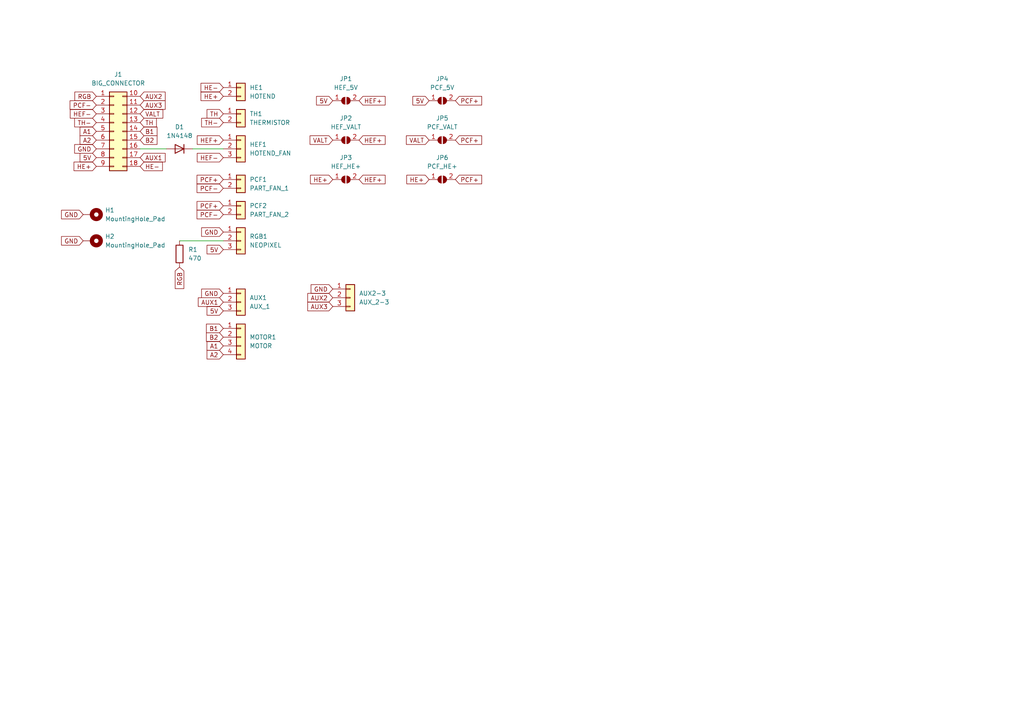
<source format=kicad_sch>
(kicad_sch
	(version 20231120)
	(generator "eeschema")
	(generator_version "8.0")
	(uuid "e74cb1ff-fcf6-4723-ad30-b924d5c634df")
	(paper "A4")
	(lib_symbols
		(symbol "Connector_Generic:Conn_01x02"
			(pin_names
				(offset 1.016) hide)
			(exclude_from_sim no)
			(in_bom yes)
			(on_board yes)
			(property "Reference" "J"
				(at 0 2.54 0)
				(effects
					(font
						(size 1.27 1.27)
					)
				)
			)
			(property "Value" "Conn_01x02"
				(at 0 -5.08 0)
				(effects
					(font
						(size 1.27 1.27)
					)
				)
			)
			(property "Footprint" ""
				(at 0 0 0)
				(effects
					(font
						(size 1.27 1.27)
					)
					(hide yes)
				)
			)
			(property "Datasheet" "~"
				(at 0 0 0)
				(effects
					(font
						(size 1.27 1.27)
					)
					(hide yes)
				)
			)
			(property "Description" "Generic connector, single row, 01x02, script generated (kicad-library-utils/schlib/autogen/connector/)"
				(at 0 0 0)
				(effects
					(font
						(size 1.27 1.27)
					)
					(hide yes)
				)
			)
			(property "ki_keywords" "connector"
				(at 0 0 0)
				(effects
					(font
						(size 1.27 1.27)
					)
					(hide yes)
				)
			)
			(property "ki_fp_filters" "Connector*:*_1x??_*"
				(at 0 0 0)
				(effects
					(font
						(size 1.27 1.27)
					)
					(hide yes)
				)
			)
			(symbol "Conn_01x02_1_1"
				(rectangle
					(start -1.27 -2.413)
					(end 0 -2.667)
					(stroke
						(width 0.1524)
						(type default)
					)
					(fill
						(type none)
					)
				)
				(rectangle
					(start -1.27 0.127)
					(end 0 -0.127)
					(stroke
						(width 0.1524)
						(type default)
					)
					(fill
						(type none)
					)
				)
				(rectangle
					(start -1.27 1.27)
					(end 1.27 -3.81)
					(stroke
						(width 0.254)
						(type default)
					)
					(fill
						(type background)
					)
				)
				(pin passive line
					(at -5.08 0 0)
					(length 3.81)
					(name "Pin_1"
						(effects
							(font
								(size 1.27 1.27)
							)
						)
					)
					(number "1"
						(effects
							(font
								(size 1.27 1.27)
							)
						)
					)
				)
				(pin passive line
					(at -5.08 -2.54 0)
					(length 3.81)
					(name "Pin_2"
						(effects
							(font
								(size 1.27 1.27)
							)
						)
					)
					(number "2"
						(effects
							(font
								(size 1.27 1.27)
							)
						)
					)
				)
			)
		)
		(symbol "Connector_Generic:Conn_01x03"
			(pin_names
				(offset 1.016) hide)
			(exclude_from_sim no)
			(in_bom yes)
			(on_board yes)
			(property "Reference" "J"
				(at 0 5.08 0)
				(effects
					(font
						(size 1.27 1.27)
					)
				)
			)
			(property "Value" "Conn_01x03"
				(at 0 -5.08 0)
				(effects
					(font
						(size 1.27 1.27)
					)
				)
			)
			(property "Footprint" ""
				(at 0 0 0)
				(effects
					(font
						(size 1.27 1.27)
					)
					(hide yes)
				)
			)
			(property "Datasheet" "~"
				(at 0 0 0)
				(effects
					(font
						(size 1.27 1.27)
					)
					(hide yes)
				)
			)
			(property "Description" "Generic connector, single row, 01x03, script generated (kicad-library-utils/schlib/autogen/connector/)"
				(at 0 0 0)
				(effects
					(font
						(size 1.27 1.27)
					)
					(hide yes)
				)
			)
			(property "ki_keywords" "connector"
				(at 0 0 0)
				(effects
					(font
						(size 1.27 1.27)
					)
					(hide yes)
				)
			)
			(property "ki_fp_filters" "Connector*:*_1x??_*"
				(at 0 0 0)
				(effects
					(font
						(size 1.27 1.27)
					)
					(hide yes)
				)
			)
			(symbol "Conn_01x03_1_1"
				(rectangle
					(start -1.27 -2.413)
					(end 0 -2.667)
					(stroke
						(width 0.1524)
						(type default)
					)
					(fill
						(type none)
					)
				)
				(rectangle
					(start -1.27 0.127)
					(end 0 -0.127)
					(stroke
						(width 0.1524)
						(type default)
					)
					(fill
						(type none)
					)
				)
				(rectangle
					(start -1.27 2.667)
					(end 0 2.413)
					(stroke
						(width 0.1524)
						(type default)
					)
					(fill
						(type none)
					)
				)
				(rectangle
					(start -1.27 3.81)
					(end 1.27 -3.81)
					(stroke
						(width 0.254)
						(type default)
					)
					(fill
						(type background)
					)
				)
				(pin passive line
					(at -5.08 2.54 0)
					(length 3.81)
					(name "Pin_1"
						(effects
							(font
								(size 1.27 1.27)
							)
						)
					)
					(number "1"
						(effects
							(font
								(size 1.27 1.27)
							)
						)
					)
				)
				(pin passive line
					(at -5.08 0 0)
					(length 3.81)
					(name "Pin_2"
						(effects
							(font
								(size 1.27 1.27)
							)
						)
					)
					(number "2"
						(effects
							(font
								(size 1.27 1.27)
							)
						)
					)
				)
				(pin passive line
					(at -5.08 -2.54 0)
					(length 3.81)
					(name "Pin_3"
						(effects
							(font
								(size 1.27 1.27)
							)
						)
					)
					(number "3"
						(effects
							(font
								(size 1.27 1.27)
							)
						)
					)
				)
			)
		)
		(symbol "Connector_Generic:Conn_01x04"
			(pin_names
				(offset 1.016) hide)
			(exclude_from_sim no)
			(in_bom yes)
			(on_board yes)
			(property "Reference" "J"
				(at 0 5.08 0)
				(effects
					(font
						(size 1.27 1.27)
					)
				)
			)
			(property "Value" "Conn_01x04"
				(at 0 -7.62 0)
				(effects
					(font
						(size 1.27 1.27)
					)
				)
			)
			(property "Footprint" ""
				(at 0 0 0)
				(effects
					(font
						(size 1.27 1.27)
					)
					(hide yes)
				)
			)
			(property "Datasheet" "~"
				(at 0 0 0)
				(effects
					(font
						(size 1.27 1.27)
					)
					(hide yes)
				)
			)
			(property "Description" "Generic connector, single row, 01x04, script generated (kicad-library-utils/schlib/autogen/connector/)"
				(at 0 0 0)
				(effects
					(font
						(size 1.27 1.27)
					)
					(hide yes)
				)
			)
			(property "ki_keywords" "connector"
				(at 0 0 0)
				(effects
					(font
						(size 1.27 1.27)
					)
					(hide yes)
				)
			)
			(property "ki_fp_filters" "Connector*:*_1x??_*"
				(at 0 0 0)
				(effects
					(font
						(size 1.27 1.27)
					)
					(hide yes)
				)
			)
			(symbol "Conn_01x04_1_1"
				(rectangle
					(start -1.27 -4.953)
					(end 0 -5.207)
					(stroke
						(width 0.1524)
						(type default)
					)
					(fill
						(type none)
					)
				)
				(rectangle
					(start -1.27 -2.413)
					(end 0 -2.667)
					(stroke
						(width 0.1524)
						(type default)
					)
					(fill
						(type none)
					)
				)
				(rectangle
					(start -1.27 0.127)
					(end 0 -0.127)
					(stroke
						(width 0.1524)
						(type default)
					)
					(fill
						(type none)
					)
				)
				(rectangle
					(start -1.27 2.667)
					(end 0 2.413)
					(stroke
						(width 0.1524)
						(type default)
					)
					(fill
						(type none)
					)
				)
				(rectangle
					(start -1.27 3.81)
					(end 1.27 -6.35)
					(stroke
						(width 0.254)
						(type default)
					)
					(fill
						(type background)
					)
				)
				(pin passive line
					(at -5.08 2.54 0)
					(length 3.81)
					(name "Pin_1"
						(effects
							(font
								(size 1.27 1.27)
							)
						)
					)
					(number "1"
						(effects
							(font
								(size 1.27 1.27)
							)
						)
					)
				)
				(pin passive line
					(at -5.08 0 0)
					(length 3.81)
					(name "Pin_2"
						(effects
							(font
								(size 1.27 1.27)
							)
						)
					)
					(number "2"
						(effects
							(font
								(size 1.27 1.27)
							)
						)
					)
				)
				(pin passive line
					(at -5.08 -2.54 0)
					(length 3.81)
					(name "Pin_3"
						(effects
							(font
								(size 1.27 1.27)
							)
						)
					)
					(number "3"
						(effects
							(font
								(size 1.27 1.27)
							)
						)
					)
				)
				(pin passive line
					(at -5.08 -5.08 0)
					(length 3.81)
					(name "Pin_4"
						(effects
							(font
								(size 1.27 1.27)
							)
						)
					)
					(number "4"
						(effects
							(font
								(size 1.27 1.27)
							)
						)
					)
				)
			)
		)
		(symbol "Connector_Generic:Conn_02x09_Top_Bottom"
			(pin_names
				(offset 1.016) hide)
			(exclude_from_sim no)
			(in_bom yes)
			(on_board yes)
			(property "Reference" "J"
				(at 1.27 12.7 0)
				(effects
					(font
						(size 1.27 1.27)
					)
				)
			)
			(property "Value" "Conn_02x09_Top_Bottom"
				(at 1.27 -12.7 0)
				(effects
					(font
						(size 1.27 1.27)
					)
				)
			)
			(property "Footprint" ""
				(at 0 0 0)
				(effects
					(font
						(size 1.27 1.27)
					)
					(hide yes)
				)
			)
			(property "Datasheet" "~"
				(at 0 0 0)
				(effects
					(font
						(size 1.27 1.27)
					)
					(hide yes)
				)
			)
			(property "Description" "Generic connector, double row, 02x09, top/bottom pin numbering scheme (row 1: 1...pins_per_row, row2: pins_per_row+1 ... num_pins), script generated (kicad-library-utils/schlib/autogen/connector/)"
				(at 0 0 0)
				(effects
					(font
						(size 1.27 1.27)
					)
					(hide yes)
				)
			)
			(property "ki_keywords" "connector"
				(at 0 0 0)
				(effects
					(font
						(size 1.27 1.27)
					)
					(hide yes)
				)
			)
			(property "ki_fp_filters" "Connector*:*_2x??_*"
				(at 0 0 0)
				(effects
					(font
						(size 1.27 1.27)
					)
					(hide yes)
				)
			)
			(symbol "Conn_02x09_Top_Bottom_1_1"
				(rectangle
					(start -1.27 -10.033)
					(end 0 -10.287)
					(stroke
						(width 0.1524)
						(type default)
					)
					(fill
						(type none)
					)
				)
				(rectangle
					(start -1.27 -7.493)
					(end 0 -7.747)
					(stroke
						(width 0.1524)
						(type default)
					)
					(fill
						(type none)
					)
				)
				(rectangle
					(start -1.27 -4.953)
					(end 0 -5.207)
					(stroke
						(width 0.1524)
						(type default)
					)
					(fill
						(type none)
					)
				)
				(rectangle
					(start -1.27 -2.413)
					(end 0 -2.667)
					(stroke
						(width 0.1524)
						(type default)
					)
					(fill
						(type none)
					)
				)
				(rectangle
					(start -1.27 0.127)
					(end 0 -0.127)
					(stroke
						(width 0.1524)
						(type default)
					)
					(fill
						(type none)
					)
				)
				(rectangle
					(start -1.27 2.667)
					(end 0 2.413)
					(stroke
						(width 0.1524)
						(type default)
					)
					(fill
						(type none)
					)
				)
				(rectangle
					(start -1.27 5.207)
					(end 0 4.953)
					(stroke
						(width 0.1524)
						(type default)
					)
					(fill
						(type none)
					)
				)
				(rectangle
					(start -1.27 7.747)
					(end 0 7.493)
					(stroke
						(width 0.1524)
						(type default)
					)
					(fill
						(type none)
					)
				)
				(rectangle
					(start -1.27 10.287)
					(end 0 10.033)
					(stroke
						(width 0.1524)
						(type default)
					)
					(fill
						(type none)
					)
				)
				(rectangle
					(start -1.27 11.43)
					(end 3.81 -11.43)
					(stroke
						(width 0.254)
						(type default)
					)
					(fill
						(type background)
					)
				)
				(rectangle
					(start 3.81 -10.033)
					(end 2.54 -10.287)
					(stroke
						(width 0.1524)
						(type default)
					)
					(fill
						(type none)
					)
				)
				(rectangle
					(start 3.81 -7.493)
					(end 2.54 -7.747)
					(stroke
						(width 0.1524)
						(type default)
					)
					(fill
						(type none)
					)
				)
				(rectangle
					(start 3.81 -4.953)
					(end 2.54 -5.207)
					(stroke
						(width 0.1524)
						(type default)
					)
					(fill
						(type none)
					)
				)
				(rectangle
					(start 3.81 -2.413)
					(end 2.54 -2.667)
					(stroke
						(width 0.1524)
						(type default)
					)
					(fill
						(type none)
					)
				)
				(rectangle
					(start 3.81 0.127)
					(end 2.54 -0.127)
					(stroke
						(width 0.1524)
						(type default)
					)
					(fill
						(type none)
					)
				)
				(rectangle
					(start 3.81 2.667)
					(end 2.54 2.413)
					(stroke
						(width 0.1524)
						(type default)
					)
					(fill
						(type none)
					)
				)
				(rectangle
					(start 3.81 5.207)
					(end 2.54 4.953)
					(stroke
						(width 0.1524)
						(type default)
					)
					(fill
						(type none)
					)
				)
				(rectangle
					(start 3.81 7.747)
					(end 2.54 7.493)
					(stroke
						(width 0.1524)
						(type default)
					)
					(fill
						(type none)
					)
				)
				(rectangle
					(start 3.81 10.287)
					(end 2.54 10.033)
					(stroke
						(width 0.1524)
						(type default)
					)
					(fill
						(type none)
					)
				)
				(pin passive line
					(at -5.08 10.16 0)
					(length 3.81)
					(name "Pin_1"
						(effects
							(font
								(size 1.27 1.27)
							)
						)
					)
					(number "1"
						(effects
							(font
								(size 1.27 1.27)
							)
						)
					)
				)
				(pin passive line
					(at 7.62 10.16 180)
					(length 3.81)
					(name "Pin_10"
						(effects
							(font
								(size 1.27 1.27)
							)
						)
					)
					(number "10"
						(effects
							(font
								(size 1.27 1.27)
							)
						)
					)
				)
				(pin passive line
					(at 7.62 7.62 180)
					(length 3.81)
					(name "Pin_11"
						(effects
							(font
								(size 1.27 1.27)
							)
						)
					)
					(number "11"
						(effects
							(font
								(size 1.27 1.27)
							)
						)
					)
				)
				(pin passive line
					(at 7.62 5.08 180)
					(length 3.81)
					(name "Pin_12"
						(effects
							(font
								(size 1.27 1.27)
							)
						)
					)
					(number "12"
						(effects
							(font
								(size 1.27 1.27)
							)
						)
					)
				)
				(pin passive line
					(at 7.62 2.54 180)
					(length 3.81)
					(name "Pin_13"
						(effects
							(font
								(size 1.27 1.27)
							)
						)
					)
					(number "13"
						(effects
							(font
								(size 1.27 1.27)
							)
						)
					)
				)
				(pin passive line
					(at 7.62 0 180)
					(length 3.81)
					(name "Pin_14"
						(effects
							(font
								(size 1.27 1.27)
							)
						)
					)
					(number "14"
						(effects
							(font
								(size 1.27 1.27)
							)
						)
					)
				)
				(pin passive line
					(at 7.62 -2.54 180)
					(length 3.81)
					(name "Pin_15"
						(effects
							(font
								(size 1.27 1.27)
							)
						)
					)
					(number "15"
						(effects
							(font
								(size 1.27 1.27)
							)
						)
					)
				)
				(pin passive line
					(at 7.62 -5.08 180)
					(length 3.81)
					(name "Pin_16"
						(effects
							(font
								(size 1.27 1.27)
							)
						)
					)
					(number "16"
						(effects
							(font
								(size 1.27 1.27)
							)
						)
					)
				)
				(pin passive line
					(at 7.62 -7.62 180)
					(length 3.81)
					(name "Pin_17"
						(effects
							(font
								(size 1.27 1.27)
							)
						)
					)
					(number "17"
						(effects
							(font
								(size 1.27 1.27)
							)
						)
					)
				)
				(pin passive line
					(at 7.62 -10.16 180)
					(length 3.81)
					(name "Pin_18"
						(effects
							(font
								(size 1.27 1.27)
							)
						)
					)
					(number "18"
						(effects
							(font
								(size 1.27 1.27)
							)
						)
					)
				)
				(pin passive line
					(at -5.08 7.62 0)
					(length 3.81)
					(name "Pin_2"
						(effects
							(font
								(size 1.27 1.27)
							)
						)
					)
					(number "2"
						(effects
							(font
								(size 1.27 1.27)
							)
						)
					)
				)
				(pin passive line
					(at -5.08 5.08 0)
					(length 3.81)
					(name "Pin_3"
						(effects
							(font
								(size 1.27 1.27)
							)
						)
					)
					(number "3"
						(effects
							(font
								(size 1.27 1.27)
							)
						)
					)
				)
				(pin passive line
					(at -5.08 2.54 0)
					(length 3.81)
					(name "Pin_4"
						(effects
							(font
								(size 1.27 1.27)
							)
						)
					)
					(number "4"
						(effects
							(font
								(size 1.27 1.27)
							)
						)
					)
				)
				(pin passive line
					(at -5.08 0 0)
					(length 3.81)
					(name "Pin_5"
						(effects
							(font
								(size 1.27 1.27)
							)
						)
					)
					(number "5"
						(effects
							(font
								(size 1.27 1.27)
							)
						)
					)
				)
				(pin passive line
					(at -5.08 -2.54 0)
					(length 3.81)
					(name "Pin_6"
						(effects
							(font
								(size 1.27 1.27)
							)
						)
					)
					(number "6"
						(effects
							(font
								(size 1.27 1.27)
							)
						)
					)
				)
				(pin passive line
					(at -5.08 -5.08 0)
					(length 3.81)
					(name "Pin_7"
						(effects
							(font
								(size 1.27 1.27)
							)
						)
					)
					(number "7"
						(effects
							(font
								(size 1.27 1.27)
							)
						)
					)
				)
				(pin passive line
					(at -5.08 -7.62 0)
					(length 3.81)
					(name "Pin_8"
						(effects
							(font
								(size 1.27 1.27)
							)
						)
					)
					(number "8"
						(effects
							(font
								(size 1.27 1.27)
							)
						)
					)
				)
				(pin passive line
					(at -5.08 -10.16 0)
					(length 3.81)
					(name "Pin_9"
						(effects
							(font
								(size 1.27 1.27)
							)
						)
					)
					(number "9"
						(effects
							(font
								(size 1.27 1.27)
							)
						)
					)
				)
			)
		)
		(symbol "Device:R"
			(pin_numbers hide)
			(pin_names
				(offset 0)
			)
			(exclude_from_sim no)
			(in_bom yes)
			(on_board yes)
			(property "Reference" "R"
				(at 2.032 0 90)
				(effects
					(font
						(size 1.27 1.27)
					)
				)
			)
			(property "Value" "R"
				(at 0 0 90)
				(effects
					(font
						(size 1.27 1.27)
					)
				)
			)
			(property "Footprint" ""
				(at -1.778 0 90)
				(effects
					(font
						(size 1.27 1.27)
					)
					(hide yes)
				)
			)
			(property "Datasheet" "~"
				(at 0 0 0)
				(effects
					(font
						(size 1.27 1.27)
					)
					(hide yes)
				)
			)
			(property "Description" "Resistor"
				(at 0 0 0)
				(effects
					(font
						(size 1.27 1.27)
					)
					(hide yes)
				)
			)
			(property "ki_keywords" "R res resistor"
				(at 0 0 0)
				(effects
					(font
						(size 1.27 1.27)
					)
					(hide yes)
				)
			)
			(property "ki_fp_filters" "R_*"
				(at 0 0 0)
				(effects
					(font
						(size 1.27 1.27)
					)
					(hide yes)
				)
			)
			(symbol "R_0_1"
				(rectangle
					(start -1.016 -2.54)
					(end 1.016 2.54)
					(stroke
						(width 0.254)
						(type default)
					)
					(fill
						(type none)
					)
				)
			)
			(symbol "R_1_1"
				(pin passive line
					(at 0 3.81 270)
					(length 1.27)
					(name "~"
						(effects
							(font
								(size 1.27 1.27)
							)
						)
					)
					(number "1"
						(effects
							(font
								(size 1.27 1.27)
							)
						)
					)
				)
				(pin passive line
					(at 0 -3.81 90)
					(length 1.27)
					(name "~"
						(effects
							(font
								(size 1.27 1.27)
							)
						)
					)
					(number "2"
						(effects
							(font
								(size 1.27 1.27)
							)
						)
					)
				)
			)
		)
		(symbol "Diode:1N4148"
			(pin_numbers hide)
			(pin_names hide)
			(exclude_from_sim no)
			(in_bom yes)
			(on_board yes)
			(property "Reference" "D"
				(at 0 2.54 0)
				(effects
					(font
						(size 1.27 1.27)
					)
				)
			)
			(property "Value" "1N4148"
				(at 0 -2.54 0)
				(effects
					(font
						(size 1.27 1.27)
					)
				)
			)
			(property "Footprint" "Diode_THT:D_DO-35_SOD27_P7.62mm_Horizontal"
				(at 0 0 0)
				(effects
					(font
						(size 1.27 1.27)
					)
					(hide yes)
				)
			)
			(property "Datasheet" "https://assets.nexperia.com/documents/data-sheet/1N4148_1N4448.pdf"
				(at 0 0 0)
				(effects
					(font
						(size 1.27 1.27)
					)
					(hide yes)
				)
			)
			(property "Description" "100V 0.15A standard switching diode, DO-35"
				(at 0 0 0)
				(effects
					(font
						(size 1.27 1.27)
					)
					(hide yes)
				)
			)
			(property "Sim.Device" "D"
				(at 0 0 0)
				(effects
					(font
						(size 1.27 1.27)
					)
					(hide yes)
				)
			)
			(property "Sim.Pins" "1=K 2=A"
				(at 0 0 0)
				(effects
					(font
						(size 1.27 1.27)
					)
					(hide yes)
				)
			)
			(property "ki_keywords" "diode"
				(at 0 0 0)
				(effects
					(font
						(size 1.27 1.27)
					)
					(hide yes)
				)
			)
			(property "ki_fp_filters" "D*DO?35*"
				(at 0 0 0)
				(effects
					(font
						(size 1.27 1.27)
					)
					(hide yes)
				)
			)
			(symbol "1N4148_0_1"
				(polyline
					(pts
						(xy -1.27 1.27) (xy -1.27 -1.27)
					)
					(stroke
						(width 0.254)
						(type default)
					)
					(fill
						(type none)
					)
				)
				(polyline
					(pts
						(xy 1.27 0) (xy -1.27 0)
					)
					(stroke
						(width 0)
						(type default)
					)
					(fill
						(type none)
					)
				)
				(polyline
					(pts
						(xy 1.27 1.27) (xy 1.27 -1.27) (xy -1.27 0) (xy 1.27 1.27)
					)
					(stroke
						(width 0.254)
						(type default)
					)
					(fill
						(type none)
					)
				)
			)
			(symbol "1N4148_1_1"
				(pin passive line
					(at -3.81 0 0)
					(length 2.54)
					(name "K"
						(effects
							(font
								(size 1.27 1.27)
							)
						)
					)
					(number "1"
						(effects
							(font
								(size 1.27 1.27)
							)
						)
					)
				)
				(pin passive line
					(at 3.81 0 180)
					(length 2.54)
					(name "A"
						(effects
							(font
								(size 1.27 1.27)
							)
						)
					)
					(number "2"
						(effects
							(font
								(size 1.27 1.27)
							)
						)
					)
				)
			)
		)
		(symbol "Jumper:SolderJumper_2_Open"
			(pin_names
				(offset 0) hide)
			(exclude_from_sim no)
			(in_bom yes)
			(on_board yes)
			(property "Reference" "JP"
				(at 0 2.032 0)
				(effects
					(font
						(size 1.27 1.27)
					)
				)
			)
			(property "Value" "SolderJumper_2_Open"
				(at 0 -2.54 0)
				(effects
					(font
						(size 1.27 1.27)
					)
				)
			)
			(property "Footprint" ""
				(at 0 0 0)
				(effects
					(font
						(size 1.27 1.27)
					)
					(hide yes)
				)
			)
			(property "Datasheet" "~"
				(at 0 0 0)
				(effects
					(font
						(size 1.27 1.27)
					)
					(hide yes)
				)
			)
			(property "Description" "Solder Jumper, 2-pole, open"
				(at 0 0 0)
				(effects
					(font
						(size 1.27 1.27)
					)
					(hide yes)
				)
			)
			(property "ki_keywords" "solder jumper SPST"
				(at 0 0 0)
				(effects
					(font
						(size 1.27 1.27)
					)
					(hide yes)
				)
			)
			(property "ki_fp_filters" "SolderJumper*Open*"
				(at 0 0 0)
				(effects
					(font
						(size 1.27 1.27)
					)
					(hide yes)
				)
			)
			(symbol "SolderJumper_2_Open_0_1"
				(arc
					(start -0.254 1.016)
					(mid -1.2655 0)
					(end -0.254 -1.016)
					(stroke
						(width 0)
						(type default)
					)
					(fill
						(type none)
					)
				)
				(arc
					(start -0.254 1.016)
					(mid -1.2655 0)
					(end -0.254 -1.016)
					(stroke
						(width 0)
						(type default)
					)
					(fill
						(type outline)
					)
				)
				(polyline
					(pts
						(xy -0.254 1.016) (xy -0.254 -1.016)
					)
					(stroke
						(width 0)
						(type default)
					)
					(fill
						(type none)
					)
				)
				(polyline
					(pts
						(xy 0.254 1.016) (xy 0.254 -1.016)
					)
					(stroke
						(width 0)
						(type default)
					)
					(fill
						(type none)
					)
				)
				(arc
					(start 0.254 -1.016)
					(mid 1.2655 0)
					(end 0.254 1.016)
					(stroke
						(width 0)
						(type default)
					)
					(fill
						(type none)
					)
				)
				(arc
					(start 0.254 -1.016)
					(mid 1.2655 0)
					(end 0.254 1.016)
					(stroke
						(width 0)
						(type default)
					)
					(fill
						(type outline)
					)
				)
			)
			(symbol "SolderJumper_2_Open_1_1"
				(pin passive line
					(at -3.81 0 0)
					(length 2.54)
					(name "A"
						(effects
							(font
								(size 1.27 1.27)
							)
						)
					)
					(number "1"
						(effects
							(font
								(size 1.27 1.27)
							)
						)
					)
				)
				(pin passive line
					(at 3.81 0 180)
					(length 2.54)
					(name "B"
						(effects
							(font
								(size 1.27 1.27)
							)
						)
					)
					(number "2"
						(effects
							(font
								(size 1.27 1.27)
							)
						)
					)
				)
			)
		)
		(symbol "Mechanical:MountingHole_Pad"
			(pin_numbers hide)
			(pin_names
				(offset 1.016) hide)
			(exclude_from_sim no)
			(in_bom yes)
			(on_board yes)
			(property "Reference" "H"
				(at 0 6.35 0)
				(effects
					(font
						(size 1.27 1.27)
					)
				)
			)
			(property "Value" "MountingHole_Pad"
				(at 0 4.445 0)
				(effects
					(font
						(size 1.27 1.27)
					)
				)
			)
			(property "Footprint" ""
				(at 0 0 0)
				(effects
					(font
						(size 1.27 1.27)
					)
					(hide yes)
				)
			)
			(property "Datasheet" "~"
				(at 0 0 0)
				(effects
					(font
						(size 1.27 1.27)
					)
					(hide yes)
				)
			)
			(property "Description" "Mounting Hole with connection"
				(at 0 0 0)
				(effects
					(font
						(size 1.27 1.27)
					)
					(hide yes)
				)
			)
			(property "ki_keywords" "mounting hole"
				(at 0 0 0)
				(effects
					(font
						(size 1.27 1.27)
					)
					(hide yes)
				)
			)
			(property "ki_fp_filters" "MountingHole*Pad*"
				(at 0 0 0)
				(effects
					(font
						(size 1.27 1.27)
					)
					(hide yes)
				)
			)
			(symbol "MountingHole_Pad_0_1"
				(circle
					(center 0 1.27)
					(radius 1.27)
					(stroke
						(width 1.27)
						(type default)
					)
					(fill
						(type none)
					)
				)
			)
			(symbol "MountingHole_Pad_1_1"
				(pin input line
					(at 0 -2.54 90)
					(length 2.54)
					(name "1"
						(effects
							(font
								(size 1.27 1.27)
							)
						)
					)
					(number "1"
						(effects
							(font
								(size 1.27 1.27)
							)
						)
					)
				)
			)
		)
	)
	(wire
		(pts
			(xy 52.07 69.85) (xy 64.77 69.85)
		)
		(stroke
			(width 0)
			(type default)
		)
		(uuid "0eec540d-9e94-4735-be9b-54cbbd91234e")
	)
	(wire
		(pts
			(xy 40.64 43.18) (xy 48.26 43.18)
		)
		(stroke
			(width 0)
			(type default)
		)
		(uuid "828d6e5d-e550-4abb-be56-fa970279e7cc")
	)
	(wire
		(pts
			(xy 55.88 43.18) (xy 64.77 43.18)
		)
		(stroke
			(width 0)
			(type default)
		)
		(uuid "b2a52fec-a26d-4a03-ba61-c18117cb039d")
	)
	(global_label "A2"
		(shape input)
		(at 64.77 102.87 180)
		(fields_autoplaced yes)
		(effects
			(font
				(size 1.27 1.27)
			)
			(justify right)
		)
		(uuid "19b25ca1-ec2c-4e3c-92c5-bca3fbb25eda")
		(property "Intersheetrefs" "${INTERSHEET_REFS}"
			(at 60.0588 102.7906 0)
			(effects
				(font
					(size 1.27 1.27)
				)
				(justify right)
				(hide yes)
			)
		)
	)
	(global_label "GND"
		(shape input)
		(at 96.52 83.82 180)
		(fields_autoplaced yes)
		(effects
			(font
				(size 1.27 1.27)
			)
			(justify right)
		)
		(uuid "1bca3bd8-dde1-497d-a5e1-358f181334af")
		(property "Intersheetrefs" "${INTERSHEET_REFS}"
			(at 90.2364 83.7406 0)
			(effects
				(font
					(size 1.27 1.27)
				)
				(justify right)
				(hide yes)
			)
		)
	)
	(global_label "PCF-"
		(shape input)
		(at 64.77 62.23 180)
		(fields_autoplaced yes)
		(effects
			(font
				(size 1.27 1.27)
			)
			(justify right)
		)
		(uuid "1d372967-daf8-4913-b338-bbdfd50b8da6")
		(property "Intersheetrefs" "${INTERSHEET_REFS}"
			(at 57.1559 62.1506 0)
			(effects
				(font
					(size 1.27 1.27)
				)
				(justify right)
				(hide yes)
			)
		)
	)
	(global_label "AUX2"
		(shape input)
		(at 96.52 86.36 180)
		(fields_autoplaced yes)
		(effects
			(font
				(size 1.27 1.27)
			)
			(justify right)
		)
		(uuid "241de599-66b2-4ca6-9213-4e87b9d200ae")
		(property "Intersheetrefs" "${INTERSHEET_REFS}"
			(at 88.6967 86.36 0)
			(effects
				(font
					(size 1.27 1.27)
				)
				(justify right)
				(hide yes)
			)
		)
	)
	(global_label "5V"
		(shape input)
		(at 64.77 90.17 180)
		(fields_autoplaced yes)
		(effects
			(font
				(size 1.27 1.27)
			)
			(justify right)
		)
		(uuid "27b582e9-c8a3-4bdf-8616-0e6fb2d3213b")
		(property "Intersheetrefs" "${INTERSHEET_REFS}"
			(at 60.0588 90.0906 0)
			(effects
				(font
					(size 1.27 1.27)
				)
				(justify right)
				(hide yes)
			)
		)
	)
	(global_label "AUX2"
		(shape input)
		(at 40.64 27.94 0)
		(fields_autoplaced yes)
		(effects
			(font
				(size 1.27 1.27)
			)
			(justify left)
		)
		(uuid "2f25cfe7-e9a0-4f0f-96fa-83b83edafacd")
		(property "Intersheetrefs" "${INTERSHEET_REFS}"
			(at 48.4633 27.94 0)
			(effects
				(font
					(size 1.27 1.27)
				)
				(justify left)
				(hide yes)
			)
		)
	)
	(global_label "HEF-"
		(shape input)
		(at 64.77 45.72 180)
		(fields_autoplaced yes)
		(effects
			(font
				(size 1.27 1.27)
			)
			(justify right)
		)
		(uuid "2f738753-e3f1-4539-8d7e-8cdb3217d899")
		(property "Intersheetrefs" "${INTERSHEET_REFS}"
			(at 57.2164 45.6406 0)
			(effects
				(font
					(size 1.27 1.27)
				)
				(justify right)
				(hide yes)
			)
		)
	)
	(global_label "HEF+"
		(shape input)
		(at 64.77 40.64 180)
		(fields_autoplaced yes)
		(effects
			(font
				(size 1.27 1.27)
			)
			(justify right)
		)
		(uuid "3235b9e2-b91c-403a-a2e7-eba4b12f885c")
		(property "Intersheetrefs" "${INTERSHEET_REFS}"
			(at 57.2164 40.5606 0)
			(effects
				(font
					(size 1.27 1.27)
				)
				(justify right)
				(hide yes)
			)
		)
	)
	(global_label "AUX3"
		(shape input)
		(at 96.52 88.9 180)
		(fields_autoplaced yes)
		(effects
			(font
				(size 1.27 1.27)
			)
			(justify right)
		)
		(uuid "468eea19-081a-4ad9-93e9-dd9c477b869a")
		(property "Intersheetrefs" "${INTERSHEET_REFS}"
			(at 88.6967 88.9 0)
			(effects
				(font
					(size 1.27 1.27)
				)
				(justify right)
				(hide yes)
			)
		)
	)
	(global_label "HEF-"
		(shape input)
		(at 27.94 33.02 180)
		(fields_autoplaced yes)
		(effects
			(font
				(size 1.27 1.27)
			)
			(justify right)
		)
		(uuid "469dcdcd-3ff0-4ad5-9da0-4e003c985f53")
		(property "Intersheetrefs" "${INTERSHEET_REFS}"
			(at 20.3864 32.9406 0)
			(effects
				(font
					(size 1.27 1.27)
				)
				(justify right)
				(hide yes)
			)
		)
	)
	(global_label "HE+"
		(shape input)
		(at 96.52 52.07 180)
		(fields_autoplaced yes)
		(effects
			(font
				(size 1.27 1.27)
			)
			(justify right)
		)
		(uuid "4eed14fb-44c9-418d-9c5a-304cdddbbf0a")
		(property "Intersheetrefs" "${INTERSHEET_REFS}"
			(at 90.055 51.9906 0)
			(effects
				(font
					(size 1.27 1.27)
				)
				(justify right)
				(hide yes)
			)
		)
	)
	(global_label "HE+"
		(shape input)
		(at 124.46 52.07 180)
		(fields_autoplaced yes)
		(effects
			(font
				(size 1.27 1.27)
			)
			(justify right)
		)
		(uuid "4fec480f-5084-42b0-89a4-69b5f0d61dfd")
		(property "Intersheetrefs" "${INTERSHEET_REFS}"
			(at 117.995 51.9906 0)
			(effects
				(font
					(size 1.27 1.27)
				)
				(justify right)
				(hide yes)
			)
		)
	)
	(global_label "GND"
		(shape input)
		(at 64.77 67.31 180)
		(fields_autoplaced yes)
		(effects
			(font
				(size 1.27 1.27)
			)
			(justify right)
		)
		(uuid "5a2e8a36-21a5-4093-b61e-883d04ea65a4")
		(property "Intersheetrefs" "${INTERSHEET_REFS}"
			(at 58.4864 67.2306 0)
			(effects
				(font
					(size 1.27 1.27)
				)
				(justify right)
				(hide yes)
			)
		)
	)
	(global_label "B1"
		(shape input)
		(at 40.64 38.1 0)
		(fields_autoplaced yes)
		(effects
			(font
				(size 1.27 1.27)
			)
			(justify left)
		)
		(uuid "65595c35-a8d9-4a63-84eb-9b6e03d0ada1")
		(property "Intersheetrefs" "${INTERSHEET_REFS}"
			(at 45.5326 38.0206 0)
			(effects
				(font
					(size 1.27 1.27)
				)
				(justify left)
				(hide yes)
			)
		)
	)
	(global_label "RGB"
		(shape input)
		(at 27.94 27.94 180)
		(fields_autoplaced yes)
		(effects
			(font
				(size 1.27 1.27)
			)
			(justify right)
		)
		(uuid "6a21866b-6616-4b14-a79b-d6b730eb7822")
		(property "Intersheetrefs" "${INTERSHEET_REFS}"
			(at 21.7169 27.8606 0)
			(effects
				(font
					(size 1.27 1.27)
				)
				(justify right)
				(hide yes)
			)
		)
	)
	(global_label "AUX1"
		(shape input)
		(at 64.77 87.63 180)
		(fields_autoplaced yes)
		(effects
			(font
				(size 1.27 1.27)
			)
			(justify right)
		)
		(uuid "6f1255e6-c13a-4cb9-9907-7b92550ef710")
		(property "Intersheetrefs" "${INTERSHEET_REFS}"
			(at 56.9467 87.63 0)
			(effects
				(font
					(size 1.27 1.27)
				)
				(justify right)
				(hide yes)
			)
		)
	)
	(global_label "VALT"
		(shape input)
		(at 40.64 33.02 0)
		(fields_autoplaced yes)
		(effects
			(font
				(size 1.27 1.27)
			)
			(justify left)
		)
		(uuid "71997c29-bd1e-4258-8f73-da28e4f5507d")
		(property "Intersheetrefs" "${INTERSHEET_REFS}"
			(at 47.226 32.9406 0)
			(effects
				(font
					(size 1.27 1.27)
				)
				(justify left)
				(hide yes)
			)
		)
	)
	(global_label "PCF-"
		(shape input)
		(at 64.77 54.61 180)
		(fields_autoplaced yes)
		(effects
			(font
				(size 1.27 1.27)
			)
			(justify right)
		)
		(uuid "746b4533-9b7d-47e2-b192-dea35d1d6710")
		(property "Intersheetrefs" "${INTERSHEET_REFS}"
			(at 57.1559 54.5306 0)
			(effects
				(font
					(size 1.27 1.27)
				)
				(justify right)
				(hide yes)
			)
		)
	)
	(global_label "B2"
		(shape input)
		(at 40.64 40.64 0)
		(fields_autoplaced yes)
		(effects
			(font
				(size 1.27 1.27)
			)
			(justify left)
		)
		(uuid "755f2e3f-efb6-4851-ae8f-1b2598ba799b")
		(property "Intersheetrefs" "${INTERSHEET_REFS}"
			(at 45.5326 40.5606 0)
			(effects
				(font
					(size 1.27 1.27)
				)
				(justify left)
				(hide yes)
			)
		)
	)
	(global_label "5V"
		(shape input)
		(at 96.52 29.21 180)
		(fields_autoplaced yes)
		(effects
			(font
				(size 1.27 1.27)
			)
			(justify right)
		)
		(uuid "766db44d-0b9d-416b-bf63-dc40f5ca2089")
		(property "Intersheetrefs" "${INTERSHEET_REFS}"
			(at 91.8088 29.1306 0)
			(effects
				(font
					(size 1.27 1.27)
				)
				(justify right)
				(hide yes)
			)
		)
	)
	(global_label "HEF+"
		(shape input)
		(at 104.14 29.21 0)
		(fields_autoplaced yes)
		(effects
			(font
				(size 1.27 1.27)
			)
			(justify left)
		)
		(uuid "7719b04a-beec-4266-a79b-ed52210ee29a")
		(property "Intersheetrefs" "${INTERSHEET_REFS}"
			(at 111.6936 29.1306 0)
			(effects
				(font
					(size 1.27 1.27)
				)
				(justify left)
				(hide yes)
			)
		)
	)
	(global_label "PCF+"
		(shape input)
		(at 64.77 59.69 180)
		(fields_autoplaced yes)
		(effects
			(font
				(size 1.27 1.27)
			)
			(justify right)
		)
		(uuid "797daf07-8912-4c97-b03a-334393675422")
		(property "Intersheetrefs" "${INTERSHEET_REFS}"
			(at 57.1559 59.6106 0)
			(effects
				(font
					(size 1.27 1.27)
				)
				(justify right)
				(hide yes)
			)
		)
	)
	(global_label "HE-"
		(shape input)
		(at 64.77 25.4 180)
		(fields_autoplaced yes)
		(effects
			(font
				(size 1.27 1.27)
			)
			(justify right)
		)
		(uuid "7fd83792-fa20-4ce8-aa2f-45e45f95e576")
		(property "Intersheetrefs" "${INTERSHEET_REFS}"
			(at 58.305 25.3206 0)
			(effects
				(font
					(size 1.27 1.27)
				)
				(justify right)
				(hide yes)
			)
		)
	)
	(global_label "B2"
		(shape input)
		(at 64.77 97.79 180)
		(fields_autoplaced yes)
		(effects
			(font
				(size 1.27 1.27)
			)
			(justify right)
		)
		(uuid "82db691c-70ad-48d8-b360-3edfa2e58c8e")
		(property "Intersheetrefs" "${INTERSHEET_REFS}"
			(at 59.8774 97.7106 0)
			(effects
				(font
					(size 1.27 1.27)
				)
				(justify right)
				(hide yes)
			)
		)
	)
	(global_label "RGB"
		(shape input)
		(at 52.07 77.47 270)
		(fields_autoplaced yes)
		(effects
			(font
				(size 1.27 1.27)
			)
			(justify right)
		)
		(uuid "8cc9f052-adf1-4271-99d7-be0ec40cdbfb")
		(property "Intersheetrefs" "${INTERSHEET_REFS}"
			(at 52.07 84.2652 90)
			(effects
				(font
					(size 1.27 1.27)
				)
				(justify right)
				(hide yes)
			)
		)
	)
	(global_label "HE+"
		(shape input)
		(at 64.77 27.94 180)
		(fields_autoplaced yes)
		(effects
			(font
				(size 1.27 1.27)
			)
			(justify right)
		)
		(uuid "945cff46-3631-4491-aa99-b065a690d40e")
		(property "Intersheetrefs" "${INTERSHEET_REFS}"
			(at 58.305 27.8606 0)
			(effects
				(font
					(size 1.27 1.27)
				)
				(justify right)
				(hide yes)
			)
		)
	)
	(global_label "A1"
		(shape input)
		(at 64.77 100.33 180)
		(fields_autoplaced yes)
		(effects
			(font
				(size 1.27 1.27)
			)
			(justify right)
		)
		(uuid "9a2eed30-6a1d-4734-84a5-b7e83c547d00")
		(property "Intersheetrefs" "${INTERSHEET_REFS}"
			(at 60.0588 100.2506 0)
			(effects
				(font
					(size 1.27 1.27)
				)
				(justify right)
				(hide yes)
			)
		)
	)
	(global_label "GND"
		(shape input)
		(at 27.94 43.18 180)
		(fields_autoplaced yes)
		(effects
			(font
				(size 1.27 1.27)
			)
			(justify right)
		)
		(uuid "9f160e87-dbc8-4ee6-8f95-0a5a3b6b96ae")
		(property "Intersheetrefs" "${INTERSHEET_REFS}"
			(at 21.6564 43.1006 0)
			(effects
				(font
					(size 1.27 1.27)
				)
				(justify right)
				(hide yes)
			)
		)
	)
	(global_label "TH-"
		(shape input)
		(at 64.77 35.56 180)
		(fields_autoplaced yes)
		(effects
			(font
				(size 1.27 1.27)
			)
			(justify right)
		)
		(uuid "a23cd22d-aca2-4712-a557-6e5e48e3616f")
		(property "Intersheetrefs" "${INTERSHEET_REFS}"
			(at 57.9143 35.56 0)
			(effects
				(font
					(size 1.27 1.27)
				)
				(justify right)
				(hide yes)
			)
		)
	)
	(global_label "GND"
		(shape input)
		(at 24.13 69.85 180)
		(fields_autoplaced yes)
		(effects
			(font
				(size 1.27 1.27)
			)
			(justify right)
		)
		(uuid "aaa728b1-07f9-43f7-a628-bda0b271ca8f")
		(property "Intersheetrefs" "${INTERSHEET_REFS}"
			(at 17.8464 69.9294 0)
			(effects
				(font
					(size 1.27 1.27)
				)
				(justify right)
				(hide yes)
			)
		)
	)
	(global_label "PCF+"
		(shape input)
		(at 132.08 52.07 0)
		(fields_autoplaced yes)
		(effects
			(font
				(size 1.27 1.27)
			)
			(justify left)
		)
		(uuid "aec683ee-2efc-4a04-9ac4-f78982753900")
		(property "Intersheetrefs" "${INTERSHEET_REFS}"
			(at 139.6941 51.9906 0)
			(effects
				(font
					(size 1.27 1.27)
				)
				(justify left)
				(hide yes)
			)
		)
	)
	(global_label "GND"
		(shape input)
		(at 24.13 62.23 180)
		(fields_autoplaced yes)
		(effects
			(font
				(size 1.27 1.27)
			)
			(justify right)
		)
		(uuid "b279ffed-fa0f-421b-b9dc-fdb49af36481")
		(property "Intersheetrefs" "${INTERSHEET_REFS}"
			(at 17.8464 62.3094 0)
			(effects
				(font
					(size 1.27 1.27)
				)
				(justify right)
				(hide yes)
			)
		)
	)
	(global_label "TH"
		(shape input)
		(at 40.64 35.56 0)
		(fields_autoplaced yes)
		(effects
			(font
				(size 1.27 1.27)
			)
			(justify left)
		)
		(uuid "b8cf0c12-a668-4372-99bc-d281483b26f8")
		(property "Intersheetrefs" "${INTERSHEET_REFS}"
			(at 45.3512 35.4806 0)
			(effects
				(font
					(size 1.27 1.27)
				)
				(justify left)
				(hide yes)
			)
		)
	)
	(global_label "HEF+"
		(shape input)
		(at 104.14 52.07 0)
		(fields_autoplaced yes)
		(effects
			(font
				(size 1.27 1.27)
			)
			(justify left)
		)
		(uuid "bdf2f6d3-e389-47e2-a972-c1fe6713c887")
		(property "Intersheetrefs" "${INTERSHEET_REFS}"
			(at 111.6936 51.9906 0)
			(effects
				(font
					(size 1.27 1.27)
				)
				(justify left)
				(hide yes)
			)
		)
	)
	(global_label "B1"
		(shape input)
		(at 64.77 95.25 180)
		(fields_autoplaced yes)
		(effects
			(font
				(size 1.27 1.27)
			)
			(justify right)
		)
		(uuid "c29820e5-942e-49ab-9e40-1810afb5265c")
		(property "Intersheetrefs" "${INTERSHEET_REFS}"
			(at 59.8774 95.1706 0)
			(effects
				(font
					(size 1.27 1.27)
				)
				(justify right)
				(hide yes)
			)
		)
	)
	(global_label "VALT"
		(shape input)
		(at 124.46 40.64 180)
		(fields_autoplaced yes)
		(effects
			(font
				(size 1.27 1.27)
			)
			(justify right)
		)
		(uuid "c4f4b64b-342d-4fe8-adbc-7fdc3d10ec30")
		(property "Intersheetrefs" "${INTERSHEET_REFS}"
			(at 117.874 40.5606 0)
			(effects
				(font
					(size 1.27 1.27)
				)
				(justify right)
				(hide yes)
			)
		)
	)
	(global_label "TH-"
		(shape input)
		(at 27.94 35.56 180)
		(fields_autoplaced yes)
		(effects
			(font
				(size 1.27 1.27)
			)
			(justify right)
		)
		(uuid "c531728c-bd8c-4786-8d47-e98de75e07c1")
		(property "Intersheetrefs" "${INTERSHEET_REFS}"
			(at 21.6564 35.4806 0)
			(effects
				(font
					(size 1.27 1.27)
				)
				(justify right)
				(hide yes)
			)
		)
	)
	(global_label "VALT"
		(shape input)
		(at 96.52 40.64 180)
		(fields_autoplaced yes)
		(effects
			(font
				(size 1.27 1.27)
			)
			(justify right)
		)
		(uuid "c99cbf78-af28-4149-a5de-c8361318d865")
		(property "Intersheetrefs" "${INTERSHEET_REFS}"
			(at 89.934 40.5606 0)
			(effects
				(font
					(size 1.27 1.27)
				)
				(justify right)
				(hide yes)
			)
		)
	)
	(global_label "AUX1"
		(shape input)
		(at 40.64 45.72 0)
		(fields_autoplaced yes)
		(effects
			(font
				(size 1.27 1.27)
			)
			(justify left)
		)
		(uuid "cdbfb75f-1610-47e4-b01f-72cffab4035d")
		(property "Intersheetrefs" "${INTERSHEET_REFS}"
			(at 48.4633 45.72 0)
			(effects
				(font
					(size 1.27 1.27)
				)
				(justify left)
				(hide yes)
			)
		)
	)
	(global_label "HE-"
		(shape input)
		(at 40.64 48.26 0)
		(fields_autoplaced yes)
		(effects
			(font
				(size 1.27 1.27)
			)
			(justify left)
		)
		(uuid "d38758c9-307a-4c3d-b2ff-6e60b7ee7dd6")
		(property "Intersheetrefs" "${INTERSHEET_REFS}"
			(at 47.105 48.1806 0)
			(effects
				(font
					(size 1.27 1.27)
				)
				(justify left)
				(hide yes)
			)
		)
	)
	(global_label "GND"
		(shape input)
		(at 64.77 85.09 180)
		(fields_autoplaced yes)
		(effects
			(font
				(size 1.27 1.27)
			)
			(justify right)
		)
		(uuid "d5a25bbc-5cbe-49f6-a5c3-6b10499e5fde")
		(property "Intersheetrefs" "${INTERSHEET_REFS}"
			(at 58.4864 85.0106 0)
			(effects
				(font
					(size 1.27 1.27)
				)
				(justify right)
				(hide yes)
			)
		)
	)
	(global_label "AUX3"
		(shape input)
		(at 40.64 30.48 0)
		(fields_autoplaced yes)
		(effects
			(font
				(size 1.27 1.27)
			)
			(justify left)
		)
		(uuid "ded7d351-40d5-4517-b938-7267965e7efa")
		(property "Intersheetrefs" "${INTERSHEET_REFS}"
			(at 48.4633 30.48 0)
			(effects
				(font
					(size 1.27 1.27)
				)
				(justify left)
				(hide yes)
			)
		)
	)
	(global_label "5V"
		(shape input)
		(at 27.94 45.72 180)
		(fields_autoplaced yes)
		(effects
			(font
				(size 1.27 1.27)
			)
			(justify right)
		)
		(uuid "defd4880-42b8-404d-adf7-1e4c4f4120b1")
		(property "Intersheetrefs" "${INTERSHEET_REFS}"
			(at 23.2288 45.6406 0)
			(effects
				(font
					(size 1.27 1.27)
				)
				(justify right)
				(hide yes)
			)
		)
	)
	(global_label "A1"
		(shape input)
		(at 27.94 38.1 180)
		(fields_autoplaced yes)
		(effects
			(font
				(size 1.27 1.27)
			)
			(justify right)
		)
		(uuid "df1aea10-c3e8-40de-a317-e653a01c3a59")
		(property "Intersheetrefs" "${INTERSHEET_REFS}"
			(at 23.2288 38.0206 0)
			(effects
				(font
					(size 1.27 1.27)
				)
				(justify right)
				(hide yes)
			)
		)
	)
	(global_label "TH"
		(shape input)
		(at 64.77 33.02 180)
		(fields_autoplaced yes)
		(effects
			(font
				(size 1.27 1.27)
			)
			(justify right)
		)
		(uuid "e3a685ca-20ea-4266-b6e2-beb761dea5a8")
		(property "Intersheetrefs" "${INTERSHEET_REFS}"
			(at 59.4867 33.02 0)
			(effects
				(font
					(size 1.27 1.27)
				)
				(justify right)
				(hide yes)
			)
		)
	)
	(global_label "PCF+"
		(shape input)
		(at 132.08 40.64 0)
		(fields_autoplaced yes)
		(effects
			(font
				(size 1.27 1.27)
			)
			(justify left)
		)
		(uuid "e4a9a90e-90f2-441e-b8cc-cf26b732b3f6")
		(property "Intersheetrefs" "${INTERSHEET_REFS}"
			(at 139.6941 40.5606 0)
			(effects
				(font
					(size 1.27 1.27)
				)
				(justify left)
				(hide yes)
			)
		)
	)
	(global_label "HEF+"
		(shape input)
		(at 104.14 40.64 0)
		(fields_autoplaced yes)
		(effects
			(font
				(size 1.27 1.27)
			)
			(justify left)
		)
		(uuid "e99436f7-9d38-4321-8ab9-c3aa4ca97120")
		(property "Intersheetrefs" "${INTERSHEET_REFS}"
			(at 111.6936 40.5606 0)
			(effects
				(font
					(size 1.27 1.27)
				)
				(justify left)
				(hide yes)
			)
		)
	)
	(global_label "5V"
		(shape input)
		(at 124.46 29.21 180)
		(fields_autoplaced yes)
		(effects
			(font
				(size 1.27 1.27)
			)
			(justify right)
		)
		(uuid "ea8b8c32-138c-4429-83d0-316ad8ca901d")
		(property "Intersheetrefs" "${INTERSHEET_REFS}"
			(at 119.7488 29.1306 0)
			(effects
				(font
					(size 1.27 1.27)
				)
				(justify right)
				(hide yes)
			)
		)
	)
	(global_label "A2"
		(shape input)
		(at 27.94 40.64 180)
		(fields_autoplaced yes)
		(effects
			(font
				(size 1.27 1.27)
			)
			(justify right)
		)
		(uuid "eb18f1c5-7da5-47b7-8efc-f36c6725c890")
		(property "Intersheetrefs" "${INTERSHEET_REFS}"
			(at 23.2288 40.5606 0)
			(effects
				(font
					(size 1.27 1.27)
				)
				(justify right)
				(hide yes)
			)
		)
	)
	(global_label "PCF+"
		(shape input)
		(at 132.08 29.21 0)
		(fields_autoplaced yes)
		(effects
			(font
				(size 1.27 1.27)
			)
			(justify left)
		)
		(uuid "eee58a69-f08b-4738-825d-17710d5b034e")
		(property "Intersheetrefs" "${INTERSHEET_REFS}"
			(at 139.6941 29.1306 0)
			(effects
				(font
					(size 1.27 1.27)
				)
				(justify left)
				(hide yes)
			)
		)
	)
	(global_label "PCF+"
		(shape input)
		(at 64.77 52.07 180)
		(fields_autoplaced yes)
		(effects
			(font
				(size 1.27 1.27)
			)
			(justify right)
		)
		(uuid "efe371df-28fe-4c1a-b7d3-c3413fb2ae1b")
		(property "Intersheetrefs" "${INTERSHEET_REFS}"
			(at 57.1559 51.9906 0)
			(effects
				(font
					(size 1.27 1.27)
				)
				(justify right)
				(hide yes)
			)
		)
	)
	(global_label "5V"
		(shape input)
		(at 64.77 72.39 180)
		(fields_autoplaced yes)
		(effects
			(font
				(size 1.27 1.27)
			)
			(justify right)
		)
		(uuid "fa502400-e908-41a0-92bd-d68e8fe8a37f")
		(property "Intersheetrefs" "${INTERSHEET_REFS}"
			(at 60.0588 72.3106 0)
			(effects
				(font
					(size 1.27 1.27)
				)
				(justify right)
				(hide yes)
			)
		)
	)
	(global_label "HE+"
		(shape input)
		(at 27.94 48.26 180)
		(fields_autoplaced yes)
		(effects
			(font
				(size 1.27 1.27)
			)
			(justify right)
		)
		(uuid "fd489266-27c0-4049-ac78-bf6a4a71305f")
		(property "Intersheetrefs" "${INTERSHEET_REFS}"
			(at 21.475 48.1806 0)
			(effects
				(font
					(size 1.27 1.27)
				)
				(justify right)
				(hide yes)
			)
		)
	)
	(global_label "PCF-"
		(shape input)
		(at 27.94 30.48 180)
		(fields_autoplaced yes)
		(effects
			(font
				(size 1.27 1.27)
			)
			(justify right)
		)
		(uuid "ff2171d2-9b27-4e5c-82aa-1d1a10f6607e")
		(property "Intersheetrefs" "${INTERSHEET_REFS}"
			(at 20.3259 30.5594 0)
			(effects
				(font
					(size 1.27 1.27)
				)
				(justify right)
				(hide yes)
			)
		)
	)
	(symbol
		(lib_id "Jumper:SolderJumper_2_Open")
		(at 100.33 52.07 0)
		(unit 1)
		(exclude_from_sim no)
		(in_bom yes)
		(on_board yes)
		(dnp no)
		(fields_autoplaced yes)
		(uuid "15846187-1a81-4535-88a3-1eac9c37b010")
		(property "Reference" "JP3"
			(at 100.33 45.72 0)
			(effects
				(font
					(size 1.27 1.27)
				)
			)
		)
		(property "Value" "HEF_HE+"
			(at 100.33 48.26 0)
			(effects
				(font
					(size 1.27 1.27)
				)
			)
		)
		(property "Footprint" "Jumper:SolderJumper-2_P1.3mm_Open_TrianglePad1.0x1.5mm"
			(at 100.33 52.07 0)
			(effects
				(font
					(size 1.27 1.27)
				)
				(hide yes)
			)
		)
		(property "Datasheet" "~"
			(at 100.33 52.07 0)
			(effects
				(font
					(size 1.27 1.27)
				)
				(hide yes)
			)
		)
		(property "Description" ""
			(at 100.33 52.07 0)
			(effects
				(font
					(size 1.27 1.27)
				)
				(hide yes)
			)
		)
		(pin "1"
			(uuid "796b2ab3-1b4d-4dbf-a42a-c1fe3f9251e9")
		)
		(pin "2"
			(uuid "21266dd1-0075-4c3c-b475-3c38436499d6")
		)
		(instances
			(project ""
				(path "/e74cb1ff-fcf6-4723-ad30-b924d5c634df"
					(reference "JP3")
					(unit 1)
				)
			)
		)
	)
	(symbol
		(lib_id "Connector_Generic:Conn_01x03")
		(at 69.85 87.63 0)
		(unit 1)
		(exclude_from_sim no)
		(in_bom yes)
		(on_board yes)
		(dnp no)
		(fields_autoplaced yes)
		(uuid "2bfcb36d-9a3b-40ad-bc94-28cdb5f0b223")
		(property "Reference" "AUX1"
			(at 72.39 86.3599 0)
			(effects
				(font
					(size 1.27 1.27)
				)
				(justify left)
			)
		)
		(property "Value" "AUX_1"
			(at 72.39 88.8999 0)
			(effects
				(font
					(size 1.27 1.27)
				)
				(justify left)
			)
		)
		(property "Footprint" "Connector_JST:JST_XH_B3B-XH-A_1x03_P2.50mm_Vertical"
			(at 69.85 87.63 0)
			(effects
				(font
					(size 1.27 1.27)
				)
				(hide yes)
			)
		)
		(property "Datasheet" "~"
			(at 69.85 87.63 0)
			(effects
				(font
					(size 1.27 1.27)
				)
				(hide yes)
			)
		)
		(property "Description" ""
			(at 69.85 87.63 0)
			(effects
				(font
					(size 1.27 1.27)
				)
				(hide yes)
			)
		)
		(pin "1"
			(uuid "26707c8c-0315-4f37-9a15-6b9869c032b5")
		)
		(pin "2"
			(uuid "840ba98f-6cad-4e96-aa9f-98fa552460cf")
		)
		(pin "3"
			(uuid "fb4c0b5c-a601-48fa-b836-ce1e8af70f97")
		)
		(instances
			(project ""
				(path "/e74cb1ff-fcf6-4723-ad30-b924d5c634df"
					(reference "AUX1")
					(unit 1)
				)
			)
		)
	)
	(symbol
		(lib_id "Connector_Generic:Conn_01x03")
		(at 69.85 43.18 0)
		(unit 1)
		(exclude_from_sim no)
		(in_bom yes)
		(on_board yes)
		(dnp no)
		(fields_autoplaced yes)
		(uuid "6260bf98-3e10-45e0-b30e-1a0385562fca")
		(property "Reference" "HEF1"
			(at 72.39 41.9099 0)
			(effects
				(font
					(size 1.27 1.27)
				)
				(justify left)
			)
		)
		(property "Value" "HOTEND_FAN"
			(at 72.39 44.4499 0)
			(effects
				(font
					(size 1.27 1.27)
				)
				(justify left)
			)
		)
		(property "Footprint" "Connector_JST:JST_XH_B3B-XH-A_1x03_P2.50mm_Vertical"
			(at 69.85 43.18 0)
			(effects
				(font
					(size 1.27 1.27)
				)
				(hide yes)
			)
		)
		(property "Datasheet" "~"
			(at 69.85 43.18 0)
			(effects
				(font
					(size 1.27 1.27)
				)
				(hide yes)
			)
		)
		(property "Description" ""
			(at 69.85 43.18 0)
			(effects
				(font
					(size 1.27 1.27)
				)
				(hide yes)
			)
		)
		(pin "1"
			(uuid "0c9d7fd5-f68d-4127-898b-7d3453afa9b5")
		)
		(pin "2"
			(uuid "3e116404-326f-4b75-8484-4f7bd296b2a7")
		)
		(pin "3"
			(uuid "cfbfdf6a-fb81-4a13-8de2-db4aab1905f2")
		)
		(instances
			(project "xol-pcb"
				(path "/e74cb1ff-fcf6-4723-ad30-b924d5c634df"
					(reference "HEF1")
					(unit 1)
				)
			)
		)
	)
	(symbol
		(lib_id "Connector_Generic:Conn_01x04")
		(at 69.85 97.79 0)
		(unit 1)
		(exclude_from_sim no)
		(in_bom yes)
		(on_board yes)
		(dnp no)
		(fields_autoplaced yes)
		(uuid "6407f274-7b1b-4674-8d5f-2434a827d8d5")
		(property "Reference" "MOTOR1"
			(at 72.39 97.7899 0)
			(effects
				(font
					(size 1.27 1.27)
				)
				(justify left)
			)
		)
		(property "Value" "MOTOR"
			(at 72.39 100.3299 0)
			(effects
				(font
					(size 1.27 1.27)
				)
				(justify left)
			)
		)
		(property "Footprint" "Connector_JST:JST_XH_B4B-XH-A_1x04_P2.50mm_Vertical"
			(at 69.85 97.79 0)
			(effects
				(font
					(size 1.27 1.27)
				)
				(hide yes)
			)
		)
		(property "Datasheet" "~"
			(at 69.85 97.79 0)
			(effects
				(font
					(size 1.27 1.27)
				)
				(hide yes)
			)
		)
		(property "Description" ""
			(at 69.85 97.79 0)
			(effects
				(font
					(size 1.27 1.27)
				)
				(hide yes)
			)
		)
		(pin "1"
			(uuid "53066a70-1a23-4c48-9766-bf5022b5860b")
		)
		(pin "2"
			(uuid "53261d71-4e90-45bd-ab81-f20ccb5828c9")
		)
		(pin "3"
			(uuid "42342dc1-b481-4873-860c-77ced980d534")
		)
		(pin "4"
			(uuid "0ae93fda-40e3-4b99-b67b-84d2ae985d40")
		)
		(instances
			(project ""
				(path "/e74cb1ff-fcf6-4723-ad30-b924d5c634df"
					(reference "MOTOR1")
					(unit 1)
				)
			)
		)
	)
	(symbol
		(lib_id "Connector_Generic:Conn_01x02")
		(at 69.85 25.4 0)
		(unit 1)
		(exclude_from_sim no)
		(in_bom yes)
		(on_board yes)
		(dnp no)
		(fields_autoplaced yes)
		(uuid "68c05db4-a169-4e04-998b-2a416197e914")
		(property "Reference" "HE1"
			(at 72.39 25.3999 0)
			(effects
				(font
					(size 1.27 1.27)
				)
				(justify left)
			)
		)
		(property "Value" "HOTEND"
			(at 72.39 27.9399 0)
			(effects
				(font
					(size 1.27 1.27)
				)
				(justify left)
			)
		)
		(property "Footprint" "Connector_Molex:Molex_Micro-Fit_3.0_43650-0200_1x02_P3.00mm_Horizontal"
			(at 69.85 25.4 0)
			(effects
				(font
					(size 1.27 1.27)
				)
				(hide yes)
			)
		)
		(property "Datasheet" "~"
			(at 69.85 25.4 0)
			(effects
				(font
					(size 1.27 1.27)
				)
				(hide yes)
			)
		)
		(property "Description" ""
			(at 69.85 25.4 0)
			(effects
				(font
					(size 1.27 1.27)
				)
				(hide yes)
			)
		)
		(pin "1"
			(uuid "1870e2c6-e5f2-4ec4-b4d4-5548b78f0c37")
		)
		(pin "2"
			(uuid "6fc18423-6f49-4614-93ab-39ff5cb7b1d2")
		)
		(instances
			(project ""
				(path "/e74cb1ff-fcf6-4723-ad30-b924d5c634df"
					(reference "HE1")
					(unit 1)
				)
			)
		)
	)
	(symbol
		(lib_id "Mechanical:MountingHole_Pad")
		(at 26.67 69.85 270)
		(unit 1)
		(exclude_from_sim no)
		(in_bom yes)
		(on_board yes)
		(dnp no)
		(fields_autoplaced yes)
		(uuid "6c8711fd-47d8-4dab-b960-d1dbadad5c5e")
		(property "Reference" "H2"
			(at 30.48 68.5799 90)
			(effects
				(font
					(size 1.27 1.27)
				)
				(justify left)
			)
		)
		(property "Value" "MountingHole_Pad"
			(at 30.48 71.1199 90)
			(effects
				(font
					(size 1.27 1.27)
				)
				(justify left)
			)
		)
		(property "Footprint" "MountingHole:MountingHole_3.2mm_M3_Pad"
			(at 26.67 69.85 0)
			(effects
				(font
					(size 1.27 1.27)
				)
				(hide yes)
			)
		)
		(property "Datasheet" "~"
			(at 26.67 69.85 0)
			(effects
				(font
					(size 1.27 1.27)
				)
				(hide yes)
			)
		)
		(property "Description" ""
			(at 26.67 69.85 0)
			(effects
				(font
					(size 1.27 1.27)
				)
				(hide yes)
			)
		)
		(pin "1"
			(uuid "f8bab7f4-d977-4697-b1c7-a7257e44bc9f")
		)
		(instances
			(project ""
				(path "/e74cb1ff-fcf6-4723-ad30-b924d5c634df"
					(reference "H2")
					(unit 1)
				)
			)
		)
	)
	(symbol
		(lib_id "Connector_Generic:Conn_01x02")
		(at 69.85 33.02 0)
		(unit 1)
		(exclude_from_sim no)
		(in_bom yes)
		(on_board yes)
		(dnp no)
		(fields_autoplaced yes)
		(uuid "7e067427-f223-496d-9b13-809be1712083")
		(property "Reference" "TH1"
			(at 72.39 33.0199 0)
			(effects
				(font
					(size 1.27 1.27)
				)
				(justify left)
			)
		)
		(property "Value" "THERMISTOR"
			(at 72.39 35.5599 0)
			(effects
				(font
					(size 1.27 1.27)
				)
				(justify left)
			)
		)
		(property "Footprint" "Connector_Molex:Molex_Micro-Fit_3.0_43650-0200_1x02_P3.00mm_Horizontal"
			(at 69.85 33.02 0)
			(effects
				(font
					(size 1.27 1.27)
				)
				(hide yes)
			)
		)
		(property "Datasheet" "~"
			(at 69.85 33.02 0)
			(effects
				(font
					(size 1.27 1.27)
				)
				(hide yes)
			)
		)
		(property "Description" ""
			(at 69.85 33.02 0)
			(effects
				(font
					(size 1.27 1.27)
				)
				(hide yes)
			)
		)
		(pin "1"
			(uuid "51d6121c-60ae-430e-bc6d-9506c0023233")
		)
		(pin "2"
			(uuid "7dc87643-7864-4718-9251-ebf3b19cf312")
		)
		(instances
			(project ""
				(path "/e74cb1ff-fcf6-4723-ad30-b924d5c634df"
					(reference "TH1")
					(unit 1)
				)
			)
		)
	)
	(symbol
		(lib_id "Mechanical:MountingHole_Pad")
		(at 26.67 62.23 270)
		(unit 1)
		(exclude_from_sim no)
		(in_bom yes)
		(on_board yes)
		(dnp no)
		(fields_autoplaced yes)
		(uuid "83ab9ed3-5d76-48f1-952d-fa7302972930")
		(property "Reference" "H1"
			(at 30.48 60.9599 90)
			(effects
				(font
					(size 1.27 1.27)
				)
				(justify left)
			)
		)
		(property "Value" "MountingHole_Pad"
			(at 30.48 63.4999 90)
			(effects
				(font
					(size 1.27 1.27)
				)
				(justify left)
			)
		)
		(property "Footprint" "MountingHole:MountingHole_3.2mm_M3_Pad"
			(at 26.67 62.23 0)
			(effects
				(font
					(size 1.27 1.27)
				)
				(hide yes)
			)
		)
		(property "Datasheet" "~"
			(at 26.67 62.23 0)
			(effects
				(font
					(size 1.27 1.27)
				)
				(hide yes)
			)
		)
		(property "Description" ""
			(at 26.67 62.23 0)
			(effects
				(font
					(size 1.27 1.27)
				)
				(hide yes)
			)
		)
		(pin "1"
			(uuid "32a1b9cd-eceb-4d5d-b6c9-281d90094223")
		)
		(instances
			(project ""
				(path "/e74cb1ff-fcf6-4723-ad30-b924d5c634df"
					(reference "H1")
					(unit 1)
				)
			)
		)
	)
	(symbol
		(lib_id "Diode:1N4148")
		(at 52.07 43.18 180)
		(unit 1)
		(exclude_from_sim no)
		(in_bom yes)
		(on_board yes)
		(dnp no)
		(fields_autoplaced yes)
		(uuid "8d5a27ea-cd57-401a-93b3-e85e742e6263")
		(property "Reference" "D1"
			(at 52.07 36.83 0)
			(effects
				(font
					(size 1.27 1.27)
				)
			)
		)
		(property "Value" "1N4148"
			(at 52.07 39.37 0)
			(effects
				(font
					(size 1.27 1.27)
				)
			)
		)
		(property "Footprint" "Diode_THT:D_DO-35_SOD27_P7.62mm_Horizontal"
			(at 52.07 43.18 0)
			(effects
				(font
					(size 1.27 1.27)
				)
				(hide yes)
			)
		)
		(property "Datasheet" "https://assets.nexperia.com/documents/data-sheet/1N4148_1N4448.pdf"
			(at 52.07 43.18 0)
			(effects
				(font
					(size 1.27 1.27)
				)
				(hide yes)
			)
		)
		(property "Description" "100V 0.15A standard switching diode, DO-35"
			(at 52.07 43.18 0)
			(effects
				(font
					(size 1.27 1.27)
				)
				(hide yes)
			)
		)
		(property "Sim.Device" "D"
			(at 52.07 43.18 0)
			(effects
				(font
					(size 1.27 1.27)
				)
				(hide yes)
			)
		)
		(property "Sim.Pins" "1=K 2=A"
			(at 52.07 43.18 0)
			(effects
				(font
					(size 1.27 1.27)
				)
				(hide yes)
			)
		)
		(pin "2"
			(uuid "fb26e933-963e-4322-880e-cbe82be0a799")
		)
		(pin "1"
			(uuid "4f38c33c-ccab-443d-b568-cb4574426fb1")
		)
		(instances
			(project ""
				(path "/e74cb1ff-fcf6-4723-ad30-b924d5c634df"
					(reference "D1")
					(unit 1)
				)
			)
		)
	)
	(symbol
		(lib_id "Connector_Generic:Conn_01x03")
		(at 101.6 86.36 0)
		(unit 1)
		(exclude_from_sim no)
		(in_bom yes)
		(on_board yes)
		(dnp no)
		(fields_autoplaced yes)
		(uuid "8f15d2db-330a-48a5-b7ce-6f24649fb080")
		(property "Reference" "AUX2-3"
			(at 104.14 85.0899 0)
			(effects
				(font
					(size 1.27 1.27)
				)
				(justify left)
			)
		)
		(property "Value" "AUX_2-3"
			(at 104.14 87.6299 0)
			(effects
				(font
					(size 1.27 1.27)
				)
				(justify left)
			)
		)
		(property "Footprint" "Connector_JST:JST_XH_B3B-XH-A_1x03_P2.50mm_Vertical"
			(at 101.6 86.36 0)
			(effects
				(font
					(size 1.27 1.27)
				)
				(hide yes)
			)
		)
		(property "Datasheet" "~"
			(at 101.6 86.36 0)
			(effects
				(font
					(size 1.27 1.27)
				)
				(hide yes)
			)
		)
		(property "Description" "Generic connector, single row, 01x03, script generated (kicad-library-utils/schlib/autogen/connector/)"
			(at 101.6 86.36 0)
			(effects
				(font
					(size 1.27 1.27)
				)
				(hide yes)
			)
		)
		(pin "2"
			(uuid "a2dea1c2-70e0-4580-af26-231215859003")
		)
		(pin "1"
			(uuid "457c48ea-3a84-44a2-801a-867741d3a4be")
		)
		(pin "3"
			(uuid "0bb116fc-b30e-4db4-8b99-8d4c2597329e")
		)
		(instances
			(project ""
				(path "/e74cb1ff-fcf6-4723-ad30-b924d5c634df"
					(reference "AUX2-3")
					(unit 1)
				)
			)
		)
	)
	(symbol
		(lib_id "Jumper:SolderJumper_2_Open")
		(at 128.27 29.21 0)
		(unit 1)
		(exclude_from_sim no)
		(in_bom yes)
		(on_board yes)
		(dnp no)
		(fields_autoplaced yes)
		(uuid "95c3b890-0e27-453e-9dc8-6ef071a50d9f")
		(property "Reference" "JP4"
			(at 128.27 22.86 0)
			(effects
				(font
					(size 1.27 1.27)
				)
			)
		)
		(property "Value" "PCF_5V"
			(at 128.27 25.4 0)
			(effects
				(font
					(size 1.27 1.27)
				)
			)
		)
		(property "Footprint" "Jumper:SolderJumper-2_P1.3mm_Open_TrianglePad1.0x1.5mm"
			(at 128.27 29.21 0)
			(effects
				(font
					(size 1.27 1.27)
				)
				(hide yes)
			)
		)
		(property "Datasheet" "~"
			(at 128.27 29.21 0)
			(effects
				(font
					(size 1.27 1.27)
				)
				(hide yes)
			)
		)
		(property "Description" ""
			(at 128.27 29.21 0)
			(effects
				(font
					(size 1.27 1.27)
				)
				(hide yes)
			)
		)
		(pin "1"
			(uuid "d479b13f-aa05-4a7d-8a23-7afa131679a9")
		)
		(pin "2"
			(uuid "8fbfe492-50a0-46df-8673-fecfe9f80564")
		)
		(instances
			(project ""
				(path "/e74cb1ff-fcf6-4723-ad30-b924d5c634df"
					(reference "JP4")
					(unit 1)
				)
			)
		)
	)
	(symbol
		(lib_id "Connector_Generic:Conn_01x03")
		(at 69.85 69.85 0)
		(unit 1)
		(exclude_from_sim no)
		(in_bom yes)
		(on_board yes)
		(dnp no)
		(fields_autoplaced yes)
		(uuid "a985c0c4-751b-4982-ab9f-959f247c9000")
		(property "Reference" "RGB1"
			(at 72.39 68.5799 0)
			(effects
				(font
					(size 1.27 1.27)
				)
				(justify left)
			)
		)
		(property "Value" "NEOPIXEL"
			(at 72.39 71.1199 0)
			(effects
				(font
					(size 1.27 1.27)
				)
				(justify left)
			)
		)
		(property "Footprint" "Connector_JST:JST_XH_B3B-XH-A_1x03_P2.50mm_Vertical"
			(at 69.85 69.85 0)
			(effects
				(font
					(size 1.27 1.27)
				)
				(hide yes)
			)
		)
		(property "Datasheet" "~"
			(at 69.85 69.85 0)
			(effects
				(font
					(size 1.27 1.27)
				)
				(hide yes)
			)
		)
		(property "Description" ""
			(at 69.85 69.85 0)
			(effects
				(font
					(size 1.27 1.27)
				)
				(hide yes)
			)
		)
		(pin "1"
			(uuid "b994bd01-993c-41bc-b50f-90b1cb7417c6")
		)
		(pin "2"
			(uuid "f5ab3b23-ad8a-4198-981a-956ae5f43201")
		)
		(pin "3"
			(uuid "a5988990-a666-478c-89dd-da40a201e3a1")
		)
		(instances
			(project ""
				(path "/e74cb1ff-fcf6-4723-ad30-b924d5c634df"
					(reference "RGB1")
					(unit 1)
				)
			)
		)
	)
	(symbol
		(lib_id "Connector_Generic:Conn_01x02")
		(at 69.85 52.07 0)
		(unit 1)
		(exclude_from_sim no)
		(in_bom yes)
		(on_board yes)
		(dnp no)
		(fields_autoplaced yes)
		(uuid "aa6c3547-e4ba-41d5-9548-f321805f783c")
		(property "Reference" "PCF1"
			(at 72.39 52.0699 0)
			(effects
				(font
					(size 1.27 1.27)
				)
				(justify left)
			)
		)
		(property "Value" "PART_FAN_1"
			(at 72.39 54.6099 0)
			(effects
				(font
					(size 1.27 1.27)
				)
				(justify left)
			)
		)
		(property "Footprint" "Connector_JST:JST_XH_B2B-XH-A_1x02_P2.50mm_Vertical"
			(at 69.85 52.07 0)
			(effects
				(font
					(size 1.27 1.27)
				)
				(hide yes)
			)
		)
		(property "Datasheet" "~"
			(at 69.85 52.07 0)
			(effects
				(font
					(size 1.27 1.27)
				)
				(hide yes)
			)
		)
		(property "Description" ""
			(at 69.85 52.07 0)
			(effects
				(font
					(size 1.27 1.27)
				)
				(hide yes)
			)
		)
		(pin "1"
			(uuid "9f574621-ba12-4c2d-8adc-1ff2ecffedef")
		)
		(pin "2"
			(uuid "21d0dd2f-82a5-4eb0-aed6-d3f84ad9cc5b")
		)
		(instances
			(project ""
				(path "/e74cb1ff-fcf6-4723-ad30-b924d5c634df"
					(reference "PCF1")
					(unit 1)
				)
			)
		)
	)
	(symbol
		(lib_id "Jumper:SolderJumper_2_Open")
		(at 100.33 29.21 0)
		(unit 1)
		(exclude_from_sim no)
		(in_bom yes)
		(on_board yes)
		(dnp no)
		(fields_autoplaced yes)
		(uuid "ac19c5c7-34c7-40dc-9f2a-087648e95f83")
		(property "Reference" "JP1"
			(at 100.33 22.86 0)
			(effects
				(font
					(size 1.27 1.27)
				)
			)
		)
		(property "Value" "HEF_5V"
			(at 100.33 25.4 0)
			(effects
				(font
					(size 1.27 1.27)
				)
			)
		)
		(property "Footprint" "Jumper:SolderJumper-2_P1.3mm_Open_TrianglePad1.0x1.5mm"
			(at 100.33 29.21 0)
			(effects
				(font
					(size 1.27 1.27)
				)
				(hide yes)
			)
		)
		(property "Datasheet" "~"
			(at 100.33 29.21 0)
			(effects
				(font
					(size 1.27 1.27)
				)
				(hide yes)
			)
		)
		(property "Description" ""
			(at 100.33 29.21 0)
			(effects
				(font
					(size 1.27 1.27)
				)
				(hide yes)
			)
		)
		(pin "1"
			(uuid "461d8806-30b2-4042-bbe9-3aac14f28859")
		)
		(pin "2"
			(uuid "3b9346be-b483-4c57-b0a9-b7f034c0e196")
		)
		(instances
			(project ""
				(path "/e74cb1ff-fcf6-4723-ad30-b924d5c634df"
					(reference "JP1")
					(unit 1)
				)
			)
		)
	)
	(symbol
		(lib_id "Connector_Generic:Conn_02x09_Top_Bottom")
		(at 33.02 38.1 0)
		(unit 1)
		(exclude_from_sim no)
		(in_bom yes)
		(on_board yes)
		(dnp no)
		(fields_autoplaced yes)
		(uuid "b8da6aa5-41f0-469f-8a68-2a33720bc75b")
		(property "Reference" "J1"
			(at 34.29 21.59 0)
			(effects
				(font
					(size 1.27 1.27)
				)
			)
		)
		(property "Value" "BIG_CONNECTOR"
			(at 34.29 24.13 0)
			(effects
				(font
					(size 1.27 1.27)
				)
			)
		)
		(property "Footprint" "Connector_Molex:Molex_Micro-Fit_3.0_43045-1800_2x09_P3.00mm_Horizontal"
			(at 33.02 38.1 0)
			(effects
				(font
					(size 1.27 1.27)
				)
				(hide yes)
			)
		)
		(property "Datasheet" "~"
			(at 33.02 38.1 0)
			(effects
				(font
					(size 1.27 1.27)
				)
				(hide yes)
			)
		)
		(property "Description" "Generic connector, double row, 02x09, top/bottom pin numbering scheme (row 1: 1...pins_per_row, row2: pins_per_row+1 ... num_pins), script generated (kicad-library-utils/schlib/autogen/connector/)"
			(at 33.02 38.1 0)
			(effects
				(font
					(size 1.27 1.27)
				)
				(hide yes)
			)
		)
		(pin "4"
			(uuid "6ce0d8c1-c256-440e-92bb-ecf5a24dcd60")
		)
		(pin "7"
			(uuid "253b7479-cdd3-4e76-ba0c-9ffea976d894")
		)
		(pin "9"
			(uuid "5b4250e3-454b-4df7-b3f9-3656ae9b300d")
		)
		(pin "16"
			(uuid "0518a076-e0b3-41c3-a1da-f136fc8fb16a")
		)
		(pin "5"
			(uuid "f6bfc9ae-cd4b-44b5-9d22-69a30c1a1cc4")
		)
		(pin "10"
			(uuid "d3b4a1f9-c2de-4849-ad81-f29a81dff563")
		)
		(pin "12"
			(uuid "214907d4-b44a-4560-a2f8-a2e934c55fb3")
		)
		(pin "13"
			(uuid "e376fb93-7188-4c28-a19a-10b2790dd0d4")
		)
		(pin "15"
			(uuid "274c4770-5a9c-4945-8974-3d8a3b85bf5e")
		)
		(pin "1"
			(uuid "64752ffc-eb39-47aa-ba6b-9d4ad5901388")
		)
		(pin "17"
			(uuid "b6dc1e74-5804-4a29-b088-4cda704e9845")
		)
		(pin "11"
			(uuid "3753cf91-5cbd-40c0-8894-be5ca5f0bd2b")
		)
		(pin "14"
			(uuid "a6d8c5e1-c437-47c7-8c23-59757161ea4e")
		)
		(pin "18"
			(uuid "20a668a9-96c0-403a-a02e-1a950f96dc7d")
		)
		(pin "2"
			(uuid "06a7359f-b619-474f-a4fe-7b8eb9f0636f")
		)
		(pin "3"
			(uuid "07877625-3327-4cce-851e-fd1f9b5322ba")
		)
		(pin "6"
			(uuid "e0b9de21-8e1d-478e-9833-778ab4046bea")
		)
		(pin "8"
			(uuid "5b3e25de-449a-455f-9011-d4c824479e7a")
		)
		(instances
			(project ""
				(path "/e74cb1ff-fcf6-4723-ad30-b924d5c634df"
					(reference "J1")
					(unit 1)
				)
			)
		)
	)
	(symbol
		(lib_id "Jumper:SolderJumper_2_Open")
		(at 128.27 40.64 0)
		(unit 1)
		(exclude_from_sim no)
		(in_bom yes)
		(on_board yes)
		(dnp no)
		(fields_autoplaced yes)
		(uuid "be11fac9-12ba-4198-b82b-2758f9e9197e")
		(property "Reference" "JP5"
			(at 128.27 34.29 0)
			(effects
				(font
					(size 1.27 1.27)
				)
			)
		)
		(property "Value" "PCF_VALT"
			(at 128.27 36.83 0)
			(effects
				(font
					(size 1.27 1.27)
				)
			)
		)
		(property "Footprint" "Jumper:SolderJumper-2_P1.3mm_Open_TrianglePad1.0x1.5mm"
			(at 128.27 40.64 0)
			(effects
				(font
					(size 1.27 1.27)
				)
				(hide yes)
			)
		)
		(property "Datasheet" "~"
			(at 128.27 40.64 0)
			(effects
				(font
					(size 1.27 1.27)
				)
				(hide yes)
			)
		)
		(property "Description" ""
			(at 128.27 40.64 0)
			(effects
				(font
					(size 1.27 1.27)
				)
				(hide yes)
			)
		)
		(pin "1"
			(uuid "59daf9cd-6898-48b8-8107-40725d63b0d0")
		)
		(pin "2"
			(uuid "57722b8f-4fac-472f-95ab-b45382b31b8f")
		)
		(instances
			(project ""
				(path "/e74cb1ff-fcf6-4723-ad30-b924d5c634df"
					(reference "JP5")
					(unit 1)
				)
			)
		)
	)
	(symbol
		(lib_id "Jumper:SolderJumper_2_Open")
		(at 128.27 52.07 0)
		(unit 1)
		(exclude_from_sim no)
		(in_bom yes)
		(on_board yes)
		(dnp no)
		(fields_autoplaced yes)
		(uuid "c1378cbb-65b5-4e7b-95ec-e63120fb338c")
		(property "Reference" "JP6"
			(at 128.27 45.72 0)
			(effects
				(font
					(size 1.27 1.27)
				)
			)
		)
		(property "Value" "PCF_HE+"
			(at 128.27 48.26 0)
			(effects
				(font
					(size 1.27 1.27)
				)
			)
		)
		(property "Footprint" "Jumper:SolderJumper-2_P1.3mm_Open_TrianglePad1.0x1.5mm"
			(at 128.27 52.07 0)
			(effects
				(font
					(size 1.27 1.27)
				)
				(hide yes)
			)
		)
		(property "Datasheet" "~"
			(at 128.27 52.07 0)
			(effects
				(font
					(size 1.27 1.27)
				)
				(hide yes)
			)
		)
		(property "Description" ""
			(at 128.27 52.07 0)
			(effects
				(font
					(size 1.27 1.27)
				)
				(hide yes)
			)
		)
		(pin "1"
			(uuid "2d4f162d-81a2-491e-9a28-b31670962347")
		)
		(pin "2"
			(uuid "c0034331-6eb3-4048-96de-b0857e93e2c7")
		)
		(instances
			(project ""
				(path "/e74cb1ff-fcf6-4723-ad30-b924d5c634df"
					(reference "JP6")
					(unit 1)
				)
			)
		)
	)
	(symbol
		(lib_id "Jumper:SolderJumper_2_Open")
		(at 100.33 40.64 0)
		(unit 1)
		(exclude_from_sim no)
		(in_bom yes)
		(on_board yes)
		(dnp no)
		(fields_autoplaced yes)
		(uuid "dd753ade-00fa-4996-8105-3dc1cf51a770")
		(property "Reference" "JP2"
			(at 100.33 34.29 0)
			(effects
				(font
					(size 1.27 1.27)
				)
			)
		)
		(property "Value" "HEF_VALT"
			(at 100.33 36.83 0)
			(effects
				(font
					(size 1.27 1.27)
				)
			)
		)
		(property "Footprint" "Jumper:SolderJumper-2_P1.3mm_Open_TrianglePad1.0x1.5mm"
			(at 100.33 40.64 0)
			(effects
				(font
					(size 1.27 1.27)
				)
				(hide yes)
			)
		)
		(property "Datasheet" "~"
			(at 100.33 40.64 0)
			(effects
				(font
					(size 1.27 1.27)
				)
				(hide yes)
			)
		)
		(property "Description" ""
			(at 100.33 40.64 0)
			(effects
				(font
					(size 1.27 1.27)
				)
				(hide yes)
			)
		)
		(pin "1"
			(uuid "f8d63e55-c93d-447d-9d65-8f5478980394")
		)
		(pin "2"
			(uuid "cb395cfd-5d2c-4d4e-bc62-89a8fa4de528")
		)
		(instances
			(project ""
				(path "/e74cb1ff-fcf6-4723-ad30-b924d5c634df"
					(reference "JP2")
					(unit 1)
				)
			)
		)
	)
	(symbol
		(lib_id "Connector_Generic:Conn_01x02")
		(at 69.85 59.69 0)
		(unit 1)
		(exclude_from_sim no)
		(in_bom yes)
		(on_board yes)
		(dnp no)
		(fields_autoplaced yes)
		(uuid "e23d504c-37ce-4888-b070-ebdc95e0a436")
		(property "Reference" "PCF2"
			(at 72.39 59.6899 0)
			(effects
				(font
					(size 1.27 1.27)
				)
				(justify left)
			)
		)
		(property "Value" "PART_FAN_2"
			(at 72.39 62.2299 0)
			(effects
				(font
					(size 1.27 1.27)
				)
				(justify left)
			)
		)
		(property "Footprint" "Connector_JST:JST_XH_B2B-XH-A_1x02_P2.50mm_Vertical"
			(at 69.85 59.69 0)
			(effects
				(font
					(size 1.27 1.27)
				)
				(hide yes)
			)
		)
		(property "Datasheet" "~"
			(at 69.85 59.69 0)
			(effects
				(font
					(size 1.27 1.27)
				)
				(hide yes)
			)
		)
		(property "Description" ""
			(at 69.85 59.69 0)
			(effects
				(font
					(size 1.27 1.27)
				)
				(hide yes)
			)
		)
		(pin "1"
			(uuid "2afd1ebf-20d2-4274-8dab-13b8db30fc35")
		)
		(pin "2"
			(uuid "b3bbf17e-4d0b-4fad-9f02-a197d96d5d60")
		)
		(instances
			(project ""
				(path "/e74cb1ff-fcf6-4723-ad30-b924d5c634df"
					(reference "PCF2")
					(unit 1)
				)
			)
		)
	)
	(symbol
		(lib_id "Device:R")
		(at 52.07 73.66 0)
		(unit 1)
		(exclude_from_sim no)
		(in_bom yes)
		(on_board yes)
		(dnp no)
		(fields_autoplaced yes)
		(uuid "f18f31f3-9fdf-41b7-a961-bb09d8461094")
		(property "Reference" "R1"
			(at 54.61 72.3899 0)
			(effects
				(font
					(size 1.27 1.27)
				)
				(justify left)
			)
		)
		(property "Value" "470"
			(at 54.61 74.9299 0)
			(effects
				(font
					(size 1.27 1.27)
				)
				(justify left)
			)
		)
		(property "Footprint" "Resistor_THT:R_Axial_DIN0207_L6.3mm_D2.5mm_P7.62mm_Horizontal"
			(at 50.292 73.66 90)
			(effects
				(font
					(size 1.27 1.27)
				)
				(hide yes)
			)
		)
		(property "Datasheet" "~"
			(at 52.07 73.66 0)
			(effects
				(font
					(size 1.27 1.27)
				)
				(hide yes)
			)
		)
		(property "Description" "Resistor"
			(at 52.07 73.66 0)
			(effects
				(font
					(size 1.27 1.27)
				)
				(hide yes)
			)
		)
		(pin "1"
			(uuid "8f3d32b9-1e89-43ae-8c32-af108c761a5d")
		)
		(pin "2"
			(uuid "d7070ed1-fb7b-4680-83e2-e6683efbcf1f")
		)
		(instances
			(project ""
				(path "/e74cb1ff-fcf6-4723-ad30-b924d5c634df"
					(reference "R1")
					(unit 1)
				)
			)
		)
	)
	(sheet_instances
		(path "/"
			(page "1")
		)
	)
)

</source>
